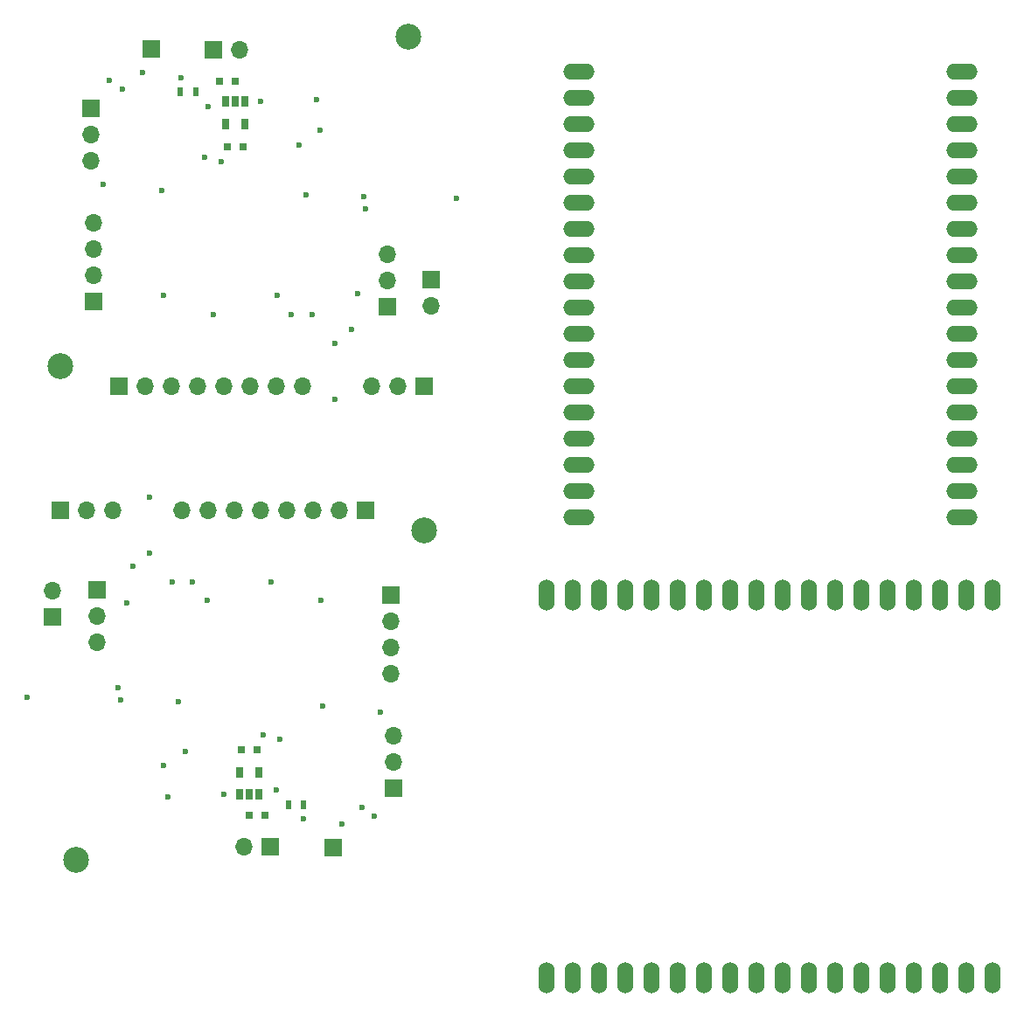
<source format=gbs>
G04 #@! TF.FileFunction,Soldermask,Bot*
%FSLAX46Y46*%
G04 Gerber Fmt 4.6, Leading zero omitted, Abs format (unit mm)*
G04 Created by KiCad (PCBNEW 4.0.6-e0-6349~53~ubuntu14.04.1) date Thu Apr  6 15:25:57 2017*
%MOMM*%
%LPD*%
G01*
G04 APERTURE LIST*
%ADD10C,0.100000*%
%ADD11O,3.048000X1.524000*%
%ADD12C,2.500000*%
%ADD13R,0.800000X0.750000*%
%ADD14R,1.700000X1.700000*%
%ADD15O,1.700000X1.700000*%
%ADD16R,0.500000X0.900000*%
%ADD17R,0.650000X1.060000*%
%ADD18O,1.524000X3.048000*%
%ADD19C,0.600000*%
G04 APERTURE END LIST*
D10*
D11*
X157531140Y-58230000D03*
X157531140Y-60770000D03*
X157531140Y-63310000D03*
X157531140Y-65850000D03*
X157531140Y-68390000D03*
X157531140Y-70930000D03*
X157531140Y-73470000D03*
X157531140Y-76010000D03*
X157531140Y-78550000D03*
X157531140Y-81090000D03*
X157531140Y-83630000D03*
X157531140Y-86170000D03*
X157531140Y-88710000D03*
X157531140Y-91250000D03*
X157531140Y-93790000D03*
X157531140Y-96330000D03*
X157531140Y-98870000D03*
X157531140Y-101410000D03*
X194638000Y-101410000D03*
X194638000Y-98870000D03*
X194638000Y-96330000D03*
X194638000Y-93790000D03*
X194638000Y-91250000D03*
X194638000Y-88710000D03*
X194638000Y-86170000D03*
X194638000Y-83630000D03*
X194638000Y-81090000D03*
X194638000Y-78550000D03*
X194638000Y-76010000D03*
X194638000Y-73470000D03*
X194638000Y-70930000D03*
X194638000Y-68390000D03*
X194638000Y-65850000D03*
X194638000Y-63310000D03*
X194638000Y-60770000D03*
X194638000Y-58230000D03*
D12*
X141020000Y-54820000D03*
X107320000Y-86720000D03*
D13*
X124270000Y-59120000D03*
X122770000Y-59120000D03*
X123520000Y-65470000D03*
X125020000Y-65470000D03*
D14*
X110320000Y-61780000D03*
D15*
X110320000Y-64320000D03*
X110320000Y-66860000D03*
D14*
X139020000Y-80970000D03*
D15*
X139020000Y-78430000D03*
X139020000Y-75890000D03*
D14*
X142520000Y-88720000D03*
D15*
X139980000Y-88720000D03*
X137440000Y-88720000D03*
D14*
X110520000Y-80460000D03*
D15*
X110520000Y-77920000D03*
X110520000Y-75380000D03*
X110520000Y-72840000D03*
D14*
X113020000Y-88720000D03*
D15*
X115560000Y-88720000D03*
X118100000Y-88720000D03*
X120640000Y-88720000D03*
X123180000Y-88720000D03*
X125720000Y-88720000D03*
X128260000Y-88720000D03*
X130800000Y-88720000D03*
D14*
X143270000Y-78320000D03*
D15*
X143270000Y-80860000D03*
D14*
X122180000Y-56120000D03*
D15*
X124720000Y-56120000D03*
D16*
X120470000Y-60120000D03*
X118970000Y-60120000D03*
D17*
X123320000Y-61120000D03*
X124270000Y-61120000D03*
X125220000Y-61120000D03*
X125220000Y-63320000D03*
X123320000Y-63320000D03*
D14*
X116120000Y-56020000D03*
D18*
X154390000Y-146028860D03*
X156930000Y-146028860D03*
X159470000Y-146028860D03*
X162010000Y-146028860D03*
X164550000Y-146028860D03*
X167090000Y-146028860D03*
X169630000Y-146028860D03*
X172170000Y-146028860D03*
X174710000Y-146028860D03*
X177250000Y-146028860D03*
X179790000Y-146028860D03*
X182330000Y-146028860D03*
X184870000Y-146028860D03*
X187410000Y-146028860D03*
X189950000Y-146028860D03*
X192490000Y-146028860D03*
X195030000Y-146028860D03*
X197570000Y-146028860D03*
X197570000Y-108922000D03*
X195030000Y-108922000D03*
X192490000Y-108922000D03*
X189950000Y-108922000D03*
X187410000Y-108922000D03*
X184870000Y-108922000D03*
X182330000Y-108922000D03*
X179790000Y-108922000D03*
X177250000Y-108922000D03*
X174710000Y-108922000D03*
X172170000Y-108922000D03*
X169630000Y-108922000D03*
X167090000Y-108922000D03*
X164550000Y-108922000D03*
X162010000Y-108922000D03*
X159470000Y-108922000D03*
X156930000Y-108922000D03*
X154390000Y-108922000D03*
D12*
X108860000Y-134570000D03*
X142560000Y-102670000D03*
D13*
X125610000Y-130270000D03*
X127110000Y-130270000D03*
X126360000Y-123920000D03*
X124860000Y-123920000D03*
D14*
X139560000Y-127610000D03*
D15*
X139560000Y-125070000D03*
X139560000Y-122530000D03*
D14*
X110860000Y-108420000D03*
D15*
X110860000Y-110960000D03*
X110860000Y-113500000D03*
D14*
X107360000Y-100670000D03*
D15*
X109900000Y-100670000D03*
X112440000Y-100670000D03*
D14*
X139360000Y-108930000D03*
D15*
X139360000Y-111470000D03*
X139360000Y-114010000D03*
X139360000Y-116550000D03*
D14*
X136860000Y-100670000D03*
D15*
X134320000Y-100670000D03*
X131780000Y-100670000D03*
X129240000Y-100670000D03*
X126700000Y-100670000D03*
X124160000Y-100670000D03*
X121620000Y-100670000D03*
X119080000Y-100670000D03*
D14*
X106610000Y-111070000D03*
D15*
X106610000Y-108530000D03*
D14*
X127700000Y-133270000D03*
D15*
X125160000Y-133270000D03*
D16*
X129410000Y-129270000D03*
X130910000Y-129270000D03*
D17*
X126560000Y-128270000D03*
X125610000Y-128270000D03*
X124660000Y-128270000D03*
X124660000Y-126070000D03*
X126560000Y-126070000D03*
D14*
X133760000Y-133370000D03*
D19*
X145720000Y-70520000D03*
X111520000Y-69120000D03*
X104160000Y-118870000D03*
X138360000Y-120270000D03*
X112120000Y-59020000D03*
X135520000Y-83220000D03*
X130420000Y-65320000D03*
X136920000Y-71520000D03*
X113320000Y-59920000D03*
X132520000Y-63920000D03*
X117120000Y-69720000D03*
X136120000Y-79720000D03*
X132120000Y-60920000D03*
X122120000Y-81720000D03*
X117320000Y-79920000D03*
X137760000Y-130370000D03*
X114360000Y-106170000D03*
X119460000Y-124070000D03*
X112960000Y-117870000D03*
X136560000Y-129470000D03*
X117360000Y-125470000D03*
X132760000Y-119670000D03*
X113760000Y-109670000D03*
X117760000Y-128470000D03*
X127760000Y-107670000D03*
X132560000Y-109470000D03*
X115320000Y-58320000D03*
X121320000Y-66520000D03*
X122920000Y-66920000D03*
X131120000Y-70120000D03*
X136720000Y-70320000D03*
X134560000Y-131070000D03*
X128560000Y-122870000D03*
X126960000Y-122470000D03*
X118760000Y-119270000D03*
X113160000Y-119070000D03*
X121620000Y-61620000D03*
X128260000Y-127770000D03*
X133920000Y-84520000D03*
X133920000Y-89920000D03*
X115960000Y-104870000D03*
X115960000Y-99470000D03*
X131720000Y-81720000D03*
X118160000Y-107670000D03*
X129720000Y-81720000D03*
X120160000Y-107670000D03*
X128320000Y-79920000D03*
X121560000Y-109470000D03*
X119020000Y-58820000D03*
X130860000Y-130570000D03*
X126720000Y-61120000D03*
X123160000Y-128270000D03*
M02*

</source>
